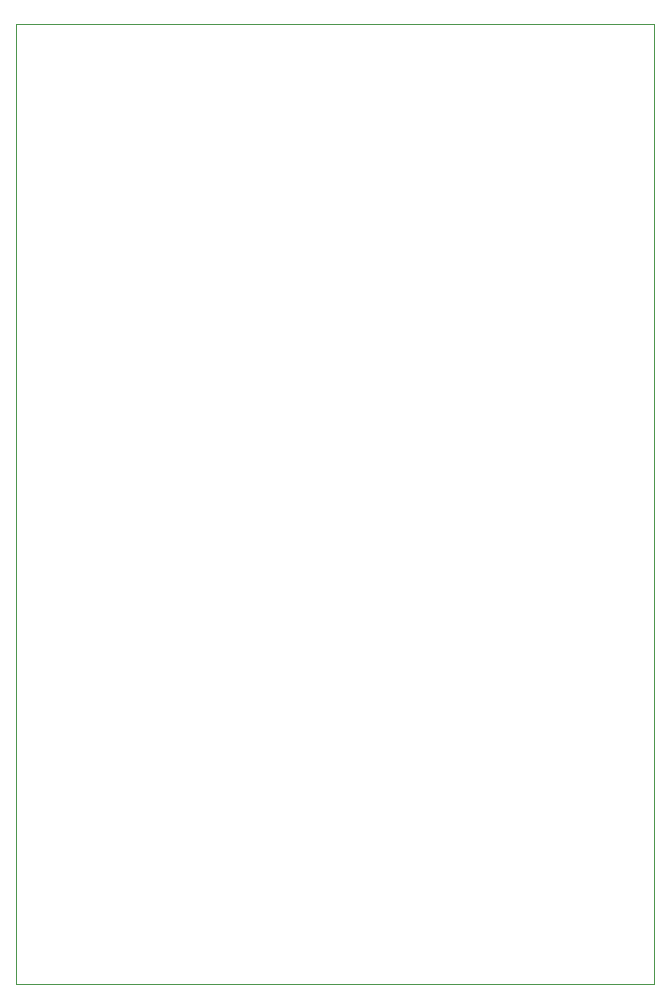
<source format=gbr>
G04 #@! TF.GenerationSoftware,KiCad,Pcbnew,(5.1.4)-1*
G04 #@! TF.CreationDate,2020-07-05T13:48:23-04:00*
G04 #@! TF.ProjectId,Pressure_sensor_daughterboard-MS5607-MS5803,50726573-7375-4726-955f-73656e736f72,1.2*
G04 #@! TF.SameCoordinates,Original*
G04 #@! TF.FileFunction,Profile,NP*
%FSLAX46Y46*%
G04 Gerber Fmt 4.6, Leading zero omitted, Abs format (unit mm)*
G04 Created by KiCad (PCBNEW (5.1.4)-1) date 2020-07-05 13:48:23*
%MOMM*%
%LPD*%
G04 APERTURE LIST*
%ADD10C,0.050000*%
G04 APERTURE END LIST*
D10*
X168250000Y-110000000D02*
X114250000Y-110000000D01*
X168250000Y-28750000D02*
X168250000Y-110000000D01*
X114250000Y-28750000D02*
X168250000Y-28750000D01*
X114250000Y-110000000D02*
X114250000Y-28750000D01*
M02*

</source>
